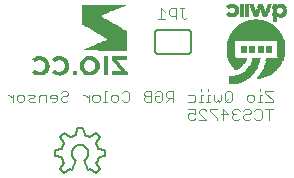
<source format=gbr>
G04 EAGLE Gerber RS-274X export*
G75*
%MOMM*%
%FSLAX34Y34*%
%LPD*%
%AMOC8*
5,1,8,0,0,1.08239X$1,22.5*%
G01*
%ADD10C,0.101600*%
%ADD11C,0.152400*%
%ADD12R,0.120000X0.020000*%
%ADD13R,0.340000X0.020000*%
%ADD14R,0.320000X0.020000*%
%ADD15R,0.140000X0.020000*%
%ADD16R,0.280000X0.020000*%
%ADD17R,0.360000X0.020000*%
%ADD18R,0.420000X0.020000*%
%ADD19R,0.380000X0.020000*%
%ADD20R,0.480000X0.020000*%
%ADD21R,0.540000X0.020000*%
%ADD22R,0.560000X0.020000*%
%ADD23R,0.400000X0.020000*%
%ADD24R,0.640000X0.020000*%
%ADD25R,0.620000X0.020000*%
%ADD26R,0.700000X0.020000*%
%ADD27R,0.660000X0.020000*%
%ADD28R,0.740000X0.020000*%
%ADD29R,1.080000X0.020000*%
%ADD30R,0.800000X0.020000*%
%ADD31R,1.100000X0.020000*%
%ADD32R,0.440000X0.020000*%
%ADD33R,0.840000X0.020000*%
%ADD34R,1.120000X0.020000*%
%ADD35R,0.460000X0.020000*%
%ADD36R,0.860000X0.020000*%
%ADD37R,0.900000X0.020000*%
%ADD38R,1.140000X0.020000*%
%ADD39R,0.920000X0.020000*%
%ADD40R,1.160000X0.020000*%
%ADD41R,0.960000X0.020000*%
%ADD42R,0.500000X0.020000*%
%ADD43R,0.520000X0.020000*%
%ADD44R,0.940000X0.020000*%
%ADD45R,0.260000X0.020000*%
%ADD46R,0.180000X0.020000*%
%ADD47R,0.580000X0.020000*%
%ADD48R,0.060000X0.020000*%
%ADD49R,0.600000X0.020000*%
%ADD50R,0.300000X0.020000*%
%ADD51R,0.040000X0.020000*%
%ADD52R,0.100000X0.020000*%
%ADD53R,0.160000X0.020000*%
%ADD54R,0.220000X0.020000*%
%ADD55R,0.980000X0.020000*%
%ADD56R,0.880000X0.020000*%
%ADD57R,0.760000X0.020000*%
%ADD58R,1.060000X0.020000*%
%ADD59R,0.720000X0.020000*%
%ADD60R,0.820000X0.020000*%
%ADD61R,1.180000X0.020000*%
%ADD62R,1.340000X0.020000*%
%ADD63R,1.460000X0.020000*%
%ADD64R,1.600000X0.020000*%
%ADD65R,1.700000X0.020000*%
%ADD66R,1.820000X0.020000*%
%ADD67R,1.900000X0.020000*%
%ADD68R,1.980000X0.020000*%
%ADD69R,2.100000X0.020000*%
%ADD70R,2.160000X0.020000*%
%ADD71R,2.260000X0.020000*%
%ADD72R,2.340000X0.020000*%
%ADD73R,2.400000X0.020000*%
%ADD74R,2.480000X0.020000*%
%ADD75R,2.540000X0.020000*%
%ADD76R,2.600000X0.020000*%
%ADD77R,2.680000X0.020000*%
%ADD78R,2.720000X0.020000*%
%ADD79R,2.800000X0.020000*%
%ADD80R,2.840000X0.020000*%
%ADD81R,2.900000X0.020000*%
%ADD82R,2.960000X0.020000*%
%ADD83R,3.000000X0.020000*%
%ADD84R,3.060000X0.020000*%
%ADD85R,3.120000X0.020000*%
%ADD86R,3.160000X0.020000*%
%ADD87R,3.200000X0.020000*%
%ADD88R,3.260000X0.020000*%
%ADD89R,3.300000X0.020000*%
%ADD90R,3.340000X0.020000*%
%ADD91R,3.380000X0.020000*%
%ADD92R,3.420000X0.020000*%
%ADD93R,3.460000X0.020000*%
%ADD94R,3.520000X0.020000*%
%ADD95R,3.540000X0.020000*%
%ADD96R,3.580000X0.020000*%
%ADD97R,3.620000X0.020000*%
%ADD98R,3.660000X0.020000*%
%ADD99R,3.700000X0.020000*%
%ADD100R,3.740000X0.020000*%
%ADD101R,3.780000X0.020000*%
%ADD102R,3.800000X0.020000*%
%ADD103R,3.840000X0.020000*%
%ADD104R,3.860000X0.020000*%
%ADD105R,3.900000X0.020000*%
%ADD106R,3.940000X0.020000*%
%ADD107R,3.960000X0.020000*%
%ADD108R,3.980000X0.020000*%
%ADD109R,4.020000X0.020000*%
%ADD110R,4.060000X0.020000*%
%ADD111R,4.080000X0.020000*%
%ADD112R,4.100000X0.020000*%
%ADD113R,4.120000X0.020000*%
%ADD114R,4.160000X0.020000*%
%ADD115R,4.180000X0.020000*%
%ADD116R,4.200000X0.020000*%
%ADD117R,4.240000X0.020000*%
%ADD118R,4.260000X0.020000*%
%ADD119R,4.280000X0.020000*%
%ADD120R,4.300000X0.020000*%
%ADD121R,4.320000X0.020000*%
%ADD122R,4.340000X0.020000*%
%ADD123R,4.380000X0.020000*%
%ADD124R,4.400000X0.020000*%
%ADD125R,4.440000X0.020000*%
%ADD126R,4.460000X0.020000*%
%ADD127R,4.500000X0.020000*%
%ADD128R,4.520000X0.020000*%
%ADD129R,4.540000X0.020000*%
%ADD130R,4.560000X0.020000*%
%ADD131R,4.580000X0.020000*%
%ADD132R,4.600000X0.020000*%
%ADD133R,4.620000X0.020000*%
%ADD134R,4.640000X0.020000*%
%ADD135R,4.660000X0.020000*%
%ADD136R,4.680000X0.020000*%
%ADD137R,4.700000X0.020000*%
%ADD138R,4.720000X0.020000*%
%ADD139R,4.740000X0.020000*%
%ADD140R,0.680000X0.020000*%
%ADD141R,1.480000X0.020000*%
%ADD142R,1.580000X0.020000*%
%ADD143R,1.560000X0.020000*%
%ADD144R,1.540000X0.020000*%
%ADD145R,1.520000X0.020000*%
%ADD146R,1.500000X0.020000*%
%ADD147R,1.440000X0.020000*%
%ADD148R,1.400000X0.020000*%
%ADD149R,1.420000X0.020000*%
%ADD150R,1.380000X0.020000*%
%ADD151R,1.360000X0.020000*%
%ADD152R,1.320000X0.020000*%
%ADD153R,1.300000X0.020000*%
%ADD154R,1.260000X0.020000*%
%ADD155R,1.220000X0.020000*%
%ADD156R,1.200000X0.020000*%
%ADD157R,1.040000X0.020000*%
%ADD158R,1.020000X0.020000*%
%ADD159R,1.000000X0.020000*%
%ADD160R,1.280000X0.020000*%
%ADD161R,0.780000X0.020000*%
%ADD162R,1.240000X0.020000*%
%ADD163R,0.020000X0.020000*%
%ADD164R,1.840000X0.020000*%
%ADD165R,1.800000X0.020000*%
%ADD166R,1.780000X0.020000*%
%ADD167R,1.760000X0.020000*%
%ADD168R,1.740000X0.020000*%
%ADD169R,1.680000X0.020000*%
%ADD170R,1.660000X0.020000*%
%ADD171R,1.620000X0.020000*%

G36*
X112716Y135352D02*
X112716Y135352D01*
X112716Y135353D01*
X112717Y135354D01*
X112712Y136715D01*
X112709Y138075D01*
X112704Y139437D01*
X112699Y140798D01*
X112694Y142160D01*
X112690Y143520D01*
X112685Y144882D01*
X112680Y146243D01*
X112677Y147605D01*
X112672Y148965D01*
X112667Y150327D01*
X112663Y151688D01*
X112658Y151693D01*
X112657Y151698D01*
X111434Y152408D01*
X110210Y153117D01*
X108988Y153827D01*
X107766Y154537D01*
X106543Y155246D01*
X105321Y155956D01*
X104097Y156665D01*
X102874Y157375D01*
X101652Y158085D01*
X100401Y158810D01*
X99152Y159536D01*
X97901Y160261D01*
X96651Y160985D01*
X95402Y161710D01*
X94151Y162436D01*
X92902Y163160D01*
X91651Y163884D01*
X90418Y164597D01*
X91710Y165336D01*
X93161Y165967D01*
X94617Y166588D01*
X96075Y167204D01*
X97533Y167818D01*
X98992Y168431D01*
X100452Y169044D01*
X101859Y169635D01*
X103265Y170225D01*
X104672Y170816D01*
X106077Y171406D01*
X107485Y171997D01*
X108891Y172587D01*
X110296Y173178D01*
X111703Y173768D01*
X112655Y174172D01*
X112658Y174177D01*
X112662Y174181D01*
X112661Y174183D01*
X112662Y174186D01*
X112655Y174189D01*
X112651Y174195D01*
X108175Y174195D01*
X106685Y174196D01*
X99227Y174196D01*
X97734Y174198D01*
X88784Y174198D01*
X88024Y174199D01*
X87995Y174199D01*
X87293Y174199D01*
X79835Y174199D01*
X78343Y174201D01*
X73868Y174201D01*
X73856Y174191D01*
X73857Y174190D01*
X73856Y174189D01*
X73856Y172827D01*
X73858Y171465D01*
X73858Y170101D01*
X73859Y168739D01*
X73859Y167377D01*
X73861Y166015D01*
X73861Y164651D01*
X73862Y163289D01*
X73862Y161927D01*
X73864Y160565D01*
X73866Y159203D01*
X73866Y157839D01*
X73871Y157834D01*
X73872Y157829D01*
X75159Y157084D01*
X76448Y156340D01*
X77735Y155594D01*
X79023Y154849D01*
X80312Y154103D01*
X81599Y153359D01*
X82887Y152614D01*
X84135Y151892D01*
X85382Y151171D01*
X86629Y150449D01*
X87876Y149726D01*
X89124Y149006D01*
X90372Y148283D01*
X91618Y147561D01*
X92866Y146839D01*
X94112Y146116D01*
X95186Y145480D01*
X96158Y144769D01*
X94799Y144190D01*
X93418Y143607D01*
X92039Y143026D01*
X89276Y141864D01*
X87895Y141285D01*
X86514Y140704D01*
X85133Y140124D01*
X83750Y139545D01*
X82366Y138964D01*
X80983Y138383D01*
X79601Y137800D01*
X78218Y137218D01*
X76835Y136635D01*
X75454Y136051D01*
X74074Y135462D01*
X74072Y135456D01*
X74067Y135453D01*
X74069Y135451D01*
X74068Y135448D01*
X74074Y135444D01*
X74079Y135439D01*
X75555Y135402D01*
X77035Y135388D01*
X78515Y135379D01*
X79996Y135371D01*
X81475Y135366D01*
X82955Y135360D01*
X84434Y135356D01*
X85914Y135353D01*
X87393Y135350D01*
X88873Y135347D01*
X90353Y135345D01*
X91834Y135345D01*
X93313Y135344D01*
X103754Y135344D01*
X105246Y135342D01*
X112705Y135342D01*
X112716Y135352D01*
G37*
G36*
X81237Y114215D02*
X81237Y114215D01*
X81238Y114214D01*
X82256Y114298D01*
X82599Y114327D01*
X82600Y114328D01*
X82601Y114327D01*
X83922Y114691D01*
X83922Y114692D01*
X83923Y114691D01*
X85174Y115252D01*
X85175Y115253D01*
X85176Y115253D01*
X86317Y116010D01*
X86318Y116011D01*
X86319Y116011D01*
X87319Y116948D01*
X87319Y116949D01*
X87320Y116949D01*
X88143Y118045D01*
X88143Y118046D01*
X88144Y118046D01*
X88765Y119267D01*
X88764Y119269D01*
X88765Y119269D01*
X89119Y120453D01*
X89119Y120455D01*
X89120Y120455D01*
X89132Y120540D01*
X89134Y120552D01*
X89136Y120564D01*
X89137Y120576D01*
X89139Y120588D01*
X89160Y120731D01*
X89162Y120743D01*
X89164Y120755D01*
X89165Y120767D01*
X89166Y120767D01*
X89167Y120779D01*
X89187Y120910D01*
X89188Y120922D01*
X89190Y120934D01*
X89192Y120946D01*
X89194Y120958D01*
X89213Y121089D01*
X89215Y121101D01*
X89216Y121113D01*
X89218Y121125D01*
X89220Y121137D01*
X89239Y121268D01*
X89241Y121280D01*
X89243Y121292D01*
X89244Y121304D01*
X89246Y121316D01*
X89267Y121459D01*
X89269Y121471D01*
X89271Y121483D01*
X89272Y121495D01*
X89274Y121507D01*
X89293Y121638D01*
X89295Y121650D01*
X89297Y121662D01*
X89299Y121674D01*
X89299Y121678D01*
X89299Y121679D01*
X89326Y122916D01*
X89326Y122917D01*
X89179Y124145D01*
X89177Y124146D01*
X89178Y124147D01*
X88715Y125598D01*
X88713Y125598D01*
X88714Y125600D01*
X87979Y126935D01*
X87977Y126935D01*
X87977Y126937D01*
X87012Y128116D01*
X87011Y128116D01*
X87011Y128118D01*
X85849Y129104D01*
X85847Y129104D01*
X85847Y129105D01*
X84524Y129862D01*
X84523Y129862D01*
X84523Y129863D01*
X83365Y130301D01*
X83364Y130300D01*
X83363Y130302D01*
X82257Y130487D01*
X82144Y130506D01*
X82143Y130506D01*
X82142Y130507D01*
X82077Y130509D01*
X82076Y130509D01*
X81705Y130521D01*
X81704Y130521D01*
X81333Y130533D01*
X81332Y130533D01*
X80961Y130544D01*
X80961Y130545D01*
X80960Y130545D01*
X80906Y130546D01*
X80905Y130546D01*
X80809Y130545D01*
X80807Y130545D01*
X80807Y130544D01*
X80150Y130533D01*
X80149Y130533D01*
X79680Y130524D01*
X79679Y130523D01*
X79678Y130524D01*
X78474Y130306D01*
X78473Y130305D01*
X78472Y130306D01*
X77182Y129826D01*
X77181Y129825D01*
X77180Y129826D01*
X75980Y129148D01*
X75979Y129146D01*
X75978Y129147D01*
X74910Y128277D01*
X74909Y128275D01*
X74908Y128275D01*
X74007Y127234D01*
X74007Y127232D01*
X74005Y127232D01*
X73294Y126053D01*
X73294Y126051D01*
X73293Y126051D01*
X72782Y124771D01*
X72783Y124770D01*
X72781Y124769D01*
X72558Y123594D01*
X72558Y123593D01*
X72557Y123592D01*
X72538Y122391D01*
X72539Y122390D01*
X72538Y122390D01*
X72569Y121157D01*
X72570Y121156D01*
X72569Y121154D01*
X72829Y119954D01*
X72830Y119953D01*
X72830Y119952D01*
X73331Y118728D01*
X73333Y118728D01*
X73332Y118727D01*
X74029Y117604D01*
X74031Y117604D01*
X74030Y117603D01*
X74905Y116612D01*
X74906Y116612D01*
X74906Y116611D01*
X75984Y115703D01*
X75986Y115703D01*
X75986Y115702D01*
X77202Y114990D01*
X77203Y114991D01*
X77204Y114989D01*
X78523Y114496D01*
X78525Y114496D01*
X78525Y114495D01*
X79872Y114270D01*
X79873Y114270D01*
X81237Y114214D01*
X81237Y114215D01*
G37*
G36*
X112821Y114505D02*
X112821Y114505D01*
X112820Y114506D01*
X112821Y114507D01*
X112821Y117120D01*
X112818Y117124D01*
X112818Y117128D01*
X111950Y118136D01*
X111083Y119145D01*
X110215Y120154D01*
X109347Y121163D01*
X108480Y122171D01*
X107608Y123186D01*
X106737Y124203D01*
X105867Y125219D01*
X104999Y126238D01*
X104157Y127248D01*
X105525Y127285D01*
X106918Y127297D01*
X108312Y127300D01*
X112492Y127300D01*
X112504Y127310D01*
X112503Y127311D01*
X112504Y127312D01*
X112504Y130380D01*
X112493Y130392D01*
X112492Y130392D01*
X99582Y130392D01*
X99570Y130382D01*
X99571Y130381D01*
X99570Y130380D01*
X99570Y127682D01*
X99574Y127678D01*
X99573Y127674D01*
X100437Y126669D01*
X101302Y125662D01*
X102167Y124658D01*
X103031Y123653D01*
X103896Y122648D01*
X104761Y121641D01*
X105625Y120636D01*
X106490Y119632D01*
X107355Y118625D01*
X108202Y117640D01*
X107422Y117635D01*
X107417Y117635D01*
X106786Y117630D01*
X105380Y117623D01*
X105375Y117623D01*
X105346Y117622D01*
X103905Y117613D01*
X103569Y117611D01*
X103565Y117611D01*
X102464Y117603D01*
X101764Y117599D01*
X101759Y117599D01*
X101022Y117594D01*
X99747Y117587D01*
X99741Y117587D01*
X99582Y117586D01*
X99570Y117575D01*
X99571Y117575D01*
X99570Y117574D01*
X99570Y114507D01*
X99581Y114495D01*
X99582Y114496D01*
X99582Y114495D01*
X112809Y114495D01*
X112821Y114505D01*
G37*
G36*
X38940Y114215D02*
X38940Y114215D01*
X38941Y114214D01*
X40324Y114328D01*
X40325Y114330D01*
X40326Y114329D01*
X41777Y114764D01*
X41778Y114765D01*
X41779Y114765D01*
X43130Y115449D01*
X43130Y115450D01*
X43132Y115450D01*
X44329Y116379D01*
X44329Y116380D01*
X44330Y116380D01*
X45323Y117523D01*
X45323Y117525D01*
X45324Y117525D01*
X46078Y118840D01*
X46078Y118841D01*
X46079Y118842D01*
X46581Y120270D01*
X46580Y120272D01*
X46581Y120273D01*
X46773Y121601D01*
X46773Y121602D01*
X46773Y121603D01*
X46794Y122946D01*
X46793Y122947D01*
X46794Y122947D01*
X46638Y124281D01*
X46637Y124282D01*
X46638Y124283D01*
X46201Y125625D01*
X46200Y125625D01*
X46200Y125627D01*
X45542Y126876D01*
X45540Y126876D01*
X45541Y126878D01*
X44679Y127995D01*
X44677Y127996D01*
X44677Y127997D01*
X43634Y128948D01*
X43633Y128948D01*
X43632Y128949D01*
X42432Y129690D01*
X42431Y129690D01*
X42431Y129691D01*
X41161Y130239D01*
X41159Y130238D01*
X41158Y130240D01*
X39804Y130508D01*
X39803Y130507D01*
X39802Y130508D01*
X39784Y130509D01*
X39368Y130521D01*
X39367Y130521D01*
X38952Y130533D01*
X38951Y130533D01*
X38535Y130544D01*
X38535Y130545D01*
X38534Y130545D01*
X38418Y130548D01*
X38417Y130548D01*
X38262Y130545D01*
X38261Y130545D01*
X38261Y130544D01*
X37708Y130533D01*
X37707Y130533D01*
X37166Y130521D01*
X37165Y130521D01*
X37164Y130521D01*
X35936Y130305D01*
X35935Y130304D01*
X35934Y130304D01*
X34845Y129904D01*
X34844Y129903D01*
X34843Y129904D01*
X33815Y129369D01*
X33814Y129367D01*
X33813Y129368D01*
X32875Y128687D01*
X32875Y128686D01*
X32874Y128686D01*
X32274Y128151D01*
X32272Y128135D01*
X32273Y128135D01*
X32273Y128134D01*
X32813Y127517D01*
X33352Y126899D01*
X33903Y126267D01*
X34451Y125631D01*
X34466Y125629D01*
X34467Y125629D01*
X35158Y126106D01*
X36408Y126859D01*
X37797Y127295D01*
X39251Y127317D01*
X40631Y126866D01*
X41784Y125983D01*
X42653Y124724D01*
X43105Y123262D01*
X43120Y121732D01*
X42713Y120255D01*
X41901Y118958D01*
X40721Y117989D01*
X39277Y117489D01*
X38617Y117485D01*
X38612Y117485D01*
X37778Y117480D01*
X36346Y117923D01*
X35078Y118733D01*
X34431Y119255D01*
X34415Y119254D01*
X33853Y118691D01*
X32162Y116995D01*
X32161Y116979D01*
X32163Y116979D01*
X32162Y116978D01*
X32563Y116600D01*
X33643Y115693D01*
X33644Y115693D01*
X33644Y115692D01*
X34852Y114967D01*
X34854Y114967D01*
X34854Y114966D01*
X36177Y114480D01*
X36178Y114480D01*
X36179Y114479D01*
X37551Y114268D01*
X37551Y114269D01*
X37552Y114268D01*
X38939Y114214D01*
X38940Y114215D01*
G37*
G36*
X55660Y114180D02*
X55660Y114180D01*
X55660Y114179D01*
X56924Y114297D01*
X56925Y114298D01*
X56926Y114297D01*
X58322Y114673D01*
X58322Y114675D01*
X58324Y114674D01*
X59624Y115303D01*
X59624Y115304D01*
X59626Y115304D01*
X60797Y116150D01*
X60797Y116151D01*
X60799Y116151D01*
X61804Y117189D01*
X61804Y117191D01*
X61805Y117191D01*
X62594Y118401D01*
X62594Y118402D01*
X62595Y118403D01*
X63147Y119647D01*
X63147Y119649D01*
X63148Y119649D01*
X63461Y120975D01*
X63460Y120976D01*
X63461Y120977D01*
X63541Y122337D01*
X63540Y122338D01*
X63541Y122339D01*
X63491Y123589D01*
X63490Y123590D01*
X63491Y123591D01*
X63247Y124817D01*
X63245Y124818D01*
X63246Y124819D01*
X62782Y125981D01*
X62781Y125982D01*
X62782Y125983D01*
X62101Y127162D01*
X62099Y127163D01*
X62100Y127164D01*
X61233Y128213D01*
X61231Y128213D01*
X61231Y128215D01*
X60199Y129102D01*
X60198Y129102D01*
X60198Y129103D01*
X59026Y129795D01*
X59025Y129795D01*
X59025Y129796D01*
X57936Y130234D01*
X57934Y130234D01*
X57934Y130235D01*
X56787Y130478D01*
X56786Y130477D01*
X56786Y130478D01*
X55614Y130567D01*
X55614Y130566D01*
X55613Y130567D01*
X54972Y130557D01*
X54970Y130557D01*
X54173Y130545D01*
X54171Y130545D01*
X54127Y130545D01*
X54126Y130544D01*
X54125Y130545D01*
X52662Y130295D01*
X52661Y130294D01*
X52659Y130295D01*
X51270Y129766D01*
X51270Y129765D01*
X51268Y129765D01*
X50130Y129075D01*
X50130Y129073D01*
X50129Y129073D01*
X49128Y128205D01*
X49127Y128196D01*
X49126Y128195D01*
X49127Y128194D01*
X49126Y128189D01*
X49127Y128189D01*
X49126Y128189D01*
X49608Y127495D01*
X50154Y126842D01*
X50688Y126231D01*
X51223Y125616D01*
X51229Y125616D01*
X51229Y125615D01*
X51232Y125615D01*
X51238Y125614D01*
X51239Y125615D01*
X51894Y126102D01*
X53140Y126855D01*
X54523Y127300D01*
X55973Y127322D01*
X57354Y126877D01*
X58456Y126074D01*
X59263Y124972D01*
X59742Y123691D01*
X59891Y122332D01*
X59862Y122119D01*
X59857Y122083D01*
X59822Y121821D01*
X59817Y121785D01*
X59782Y121522D01*
X59777Y121486D01*
X59742Y121224D01*
X59737Y121188D01*
X59709Y120976D01*
X59191Y119712D01*
X58343Y118640D01*
X57161Y117834D01*
X55782Y117453D01*
X55579Y117462D01*
X55578Y117462D01*
X55315Y117474D01*
X55052Y117486D01*
X54789Y117498D01*
X54526Y117510D01*
X54350Y117518D01*
X52991Y117975D01*
X51780Y118749D01*
X51150Y119255D01*
X51135Y119254D01*
X51134Y119254D01*
X50063Y118179D01*
X49506Y117603D01*
X49506Y117602D01*
X49505Y117602D01*
X48991Y116988D01*
X48991Y116972D01*
X49834Y116137D01*
X49835Y116137D01*
X49836Y116136D01*
X50791Y115417D01*
X50793Y115417D01*
X50793Y115415D01*
X51920Y114831D01*
X51921Y114832D01*
X51922Y114830D01*
X53133Y114446D01*
X53134Y114447D01*
X53135Y114446D01*
X54387Y114232D01*
X54388Y114232D01*
X54389Y114231D01*
X55659Y114179D01*
X55660Y114180D01*
G37*
%LPC*%
G36*
X80178Y117486D02*
X80178Y117486D01*
X78844Y117891D01*
X77696Y118686D01*
X76833Y119784D01*
X76307Y121076D01*
X76139Y122463D01*
X76337Y123846D01*
X76885Y125130D01*
X77784Y126174D01*
X78955Y126907D01*
X80274Y127311D01*
X81651Y127320D01*
X82251Y127123D01*
X83108Y126837D01*
X84330Y125914D01*
X85189Y124643D01*
X85624Y123171D01*
X85621Y121640D01*
X85170Y120175D01*
X84306Y118909D01*
X83095Y117972D01*
X82251Y117693D01*
X81642Y117494D01*
X80958Y117391D01*
X80178Y117486D01*
G37*
%LPD*%
G36*
X96102Y114505D02*
X96102Y114505D01*
X96101Y114506D01*
X96102Y114507D01*
X96102Y130385D01*
X96091Y130397D01*
X96090Y130396D01*
X96090Y130397D01*
X96012Y130396D01*
X96011Y130396D01*
X95293Y130384D01*
X95291Y130384D01*
X95229Y130383D01*
X94575Y130372D01*
X94573Y130372D01*
X94370Y130368D01*
X93908Y130360D01*
X93906Y130360D01*
X93510Y130353D01*
X93234Y130348D01*
X93232Y130348D01*
X92651Y130338D01*
X92639Y130328D01*
X92640Y130327D01*
X92639Y130326D01*
X92633Y128745D01*
X92628Y127163D01*
X92622Y125581D01*
X92617Y123999D01*
X92612Y122417D01*
X92606Y120835D01*
X92601Y119254D01*
X92595Y117671D01*
X92590Y116090D01*
X92585Y114507D01*
X92596Y114495D01*
X92597Y114496D01*
X92597Y114495D01*
X96090Y114495D01*
X96102Y114505D01*
G37*
G36*
X69859Y114505D02*
X69859Y114505D01*
X69858Y114506D01*
X69859Y114507D01*
X69859Y118104D01*
X69848Y118116D01*
X69848Y118115D01*
X69847Y118116D01*
X66250Y118116D01*
X66238Y118106D01*
X66238Y118105D01*
X66238Y118104D01*
X66238Y114507D01*
X66248Y114495D01*
X66249Y114496D01*
X66250Y114495D01*
X69847Y114495D01*
X69859Y114505D01*
G37*
D10*
X163322Y163323D02*
X161797Y161798D01*
X160271Y161798D01*
X158746Y163323D01*
X158746Y170950D01*
X160271Y170950D02*
X157221Y170950D01*
X153967Y170950D02*
X153967Y161798D01*
X153967Y170950D02*
X149391Y170950D01*
X147866Y169425D01*
X147866Y166374D01*
X149391Y164849D01*
X153967Y164849D01*
X144612Y167899D02*
X141561Y170950D01*
X141561Y161798D01*
X144612Y161798D02*
X138510Y161798D01*
X229611Y101100D02*
X235712Y101100D01*
X229611Y101100D02*
X229611Y99575D01*
X235712Y93473D01*
X235712Y91948D01*
X229611Y91948D01*
X226357Y98049D02*
X224832Y98049D01*
X224832Y91948D01*
X226357Y91948D02*
X223306Y91948D01*
X224832Y101100D02*
X224832Y102625D01*
X218595Y91948D02*
X215544Y91948D01*
X214019Y93473D01*
X214019Y96524D01*
X215544Y98049D01*
X218595Y98049D01*
X220120Y96524D01*
X220120Y93473D01*
X218595Y91948D01*
X201410Y93473D02*
X201410Y99575D01*
X199884Y101100D01*
X196834Y101100D01*
X195308Y99575D01*
X195308Y93473D01*
X196834Y91948D01*
X199884Y91948D01*
X201410Y93473D01*
X198359Y94999D02*
X195308Y91948D01*
X192054Y93473D02*
X192054Y98049D01*
X192054Y93473D02*
X190529Y91948D01*
X189004Y93473D01*
X187479Y91948D01*
X185953Y93473D01*
X185953Y98049D01*
X182699Y98049D02*
X181174Y98049D01*
X181174Y91948D01*
X182699Y91948D02*
X179649Y91948D01*
X181174Y101100D02*
X181174Y102625D01*
X176463Y98049D02*
X174937Y98049D01*
X174937Y91948D01*
X173412Y91948D02*
X176463Y91948D01*
X174937Y101100D02*
X174937Y102625D01*
X168700Y98049D02*
X164125Y98049D01*
X168700Y98049D02*
X170226Y96524D01*
X170226Y93473D01*
X168700Y91948D01*
X164125Y91948D01*
X151515Y91948D02*
X151515Y101100D01*
X146939Y101100D01*
X145414Y99575D01*
X145414Y96524D01*
X146939Y94999D01*
X151515Y94999D01*
X148465Y94999D02*
X145414Y91948D01*
X137584Y101100D02*
X136059Y99575D01*
X137584Y101100D02*
X140635Y101100D01*
X142160Y99575D01*
X142160Y93473D01*
X140635Y91948D01*
X137584Y91948D01*
X136059Y93473D01*
X136059Y96524D01*
X139110Y96524D01*
X132805Y91948D02*
X132805Y101100D01*
X128229Y101100D01*
X126704Y99575D01*
X126704Y98049D01*
X128229Y96524D01*
X126704Y94999D01*
X126704Y93473D01*
X128229Y91948D01*
X132805Y91948D01*
X132805Y96524D02*
X128229Y96524D01*
X109519Y101100D02*
X107993Y99575D01*
X109519Y101100D02*
X112569Y101100D01*
X114095Y99575D01*
X114095Y93473D01*
X112569Y91948D01*
X109519Y91948D01*
X107993Y93473D01*
X103214Y91948D02*
X100164Y91948D01*
X98638Y93473D01*
X98638Y96524D01*
X100164Y98049D01*
X103214Y98049D01*
X104739Y96524D01*
X104739Y93473D01*
X103214Y91948D01*
X95384Y101100D02*
X93859Y101100D01*
X93859Y91948D01*
X95384Y91948D02*
X92334Y91948D01*
X87622Y91948D02*
X84572Y91948D01*
X83046Y93473D01*
X83046Y96524D01*
X84572Y98049D01*
X87622Y98049D01*
X89147Y96524D01*
X89147Y93473D01*
X87622Y91948D01*
X79792Y91948D02*
X79792Y98049D01*
X79792Y94999D02*
X76742Y98049D01*
X75216Y98049D01*
X58065Y101100D02*
X56540Y99575D01*
X58065Y101100D02*
X61116Y101100D01*
X62641Y99575D01*
X62641Y98049D01*
X61116Y96524D01*
X58065Y96524D01*
X56540Y94999D01*
X56540Y93473D01*
X58065Y91948D01*
X61116Y91948D01*
X62641Y93473D01*
X51761Y91948D02*
X48710Y91948D01*
X51761Y91948D02*
X53286Y93473D01*
X53286Y96524D01*
X51761Y98049D01*
X48710Y98049D01*
X47185Y96524D01*
X47185Y94999D01*
X53286Y94999D01*
X43931Y91948D02*
X43931Y98049D01*
X39355Y98049D01*
X37830Y96524D01*
X37830Y91948D01*
X34576Y91948D02*
X30000Y91948D01*
X28474Y93473D01*
X30000Y94999D01*
X33050Y94999D01*
X34576Y96524D01*
X33050Y98049D01*
X28474Y98049D01*
X23695Y91948D02*
X20644Y91948D01*
X19119Y93473D01*
X19119Y96524D01*
X20644Y98049D01*
X23695Y98049D01*
X25220Y96524D01*
X25220Y93473D01*
X23695Y91948D01*
X15865Y91948D02*
X15865Y98049D01*
X15865Y94999D02*
X12815Y98049D01*
X11289Y98049D01*
X232661Y85860D02*
X232661Y76708D01*
X229611Y85860D02*
X235712Y85860D01*
X221781Y85860D02*
X220256Y84335D01*
X221781Y85860D02*
X224832Y85860D01*
X226357Y84335D01*
X226357Y78233D01*
X224832Y76708D01*
X221781Y76708D01*
X220256Y78233D01*
X212426Y85860D02*
X210900Y84335D01*
X212426Y85860D02*
X215476Y85860D01*
X217002Y84335D01*
X217002Y82809D01*
X215476Y81284D01*
X212426Y81284D01*
X210900Y79759D01*
X210900Y78233D01*
X212426Y76708D01*
X215476Y76708D01*
X217002Y78233D01*
X207646Y84335D02*
X206121Y85860D01*
X203071Y85860D01*
X201545Y84335D01*
X201545Y82809D01*
X203071Y81284D01*
X204596Y81284D01*
X203071Y81284D02*
X201545Y79759D01*
X201545Y78233D01*
X203071Y76708D01*
X206121Y76708D01*
X207646Y78233D01*
X193715Y76708D02*
X193715Y85860D01*
X198291Y81284D01*
X192190Y81284D01*
X188936Y85860D02*
X182835Y85860D01*
X182835Y84335D01*
X188936Y78233D01*
X188936Y76708D01*
X179581Y76708D02*
X173480Y76708D01*
X179581Y76708D02*
X173480Y82809D01*
X173480Y84335D01*
X175005Y85860D01*
X178056Y85860D01*
X179581Y84335D01*
X170226Y85860D02*
X164125Y85860D01*
X170226Y85860D02*
X170226Y81284D01*
X167175Y82809D01*
X165650Y82809D01*
X164125Y81284D01*
X164125Y78233D01*
X165650Y76708D01*
X168700Y76708D01*
X170226Y78233D01*
D11*
X164054Y152918D02*
X138654Y152918D01*
X164054Y132598D02*
X164154Y132600D01*
X164253Y132606D01*
X164353Y132616D01*
X164451Y132629D01*
X164550Y132647D01*
X164647Y132668D01*
X164743Y132693D01*
X164839Y132722D01*
X164933Y132755D01*
X165026Y132791D01*
X165117Y132831D01*
X165207Y132875D01*
X165295Y132922D01*
X165381Y132972D01*
X165465Y133026D01*
X165547Y133083D01*
X165626Y133143D01*
X165704Y133207D01*
X165778Y133273D01*
X165850Y133342D01*
X165919Y133414D01*
X165985Y133488D01*
X166049Y133566D01*
X166109Y133645D01*
X166166Y133727D01*
X166220Y133811D01*
X166270Y133897D01*
X166317Y133985D01*
X166361Y134075D01*
X166401Y134166D01*
X166437Y134259D01*
X166470Y134353D01*
X166499Y134449D01*
X166524Y134545D01*
X166545Y134642D01*
X166563Y134741D01*
X166576Y134839D01*
X166586Y134939D01*
X166592Y135038D01*
X166594Y135138D01*
X138654Y132598D02*
X138554Y132600D01*
X138455Y132606D01*
X138355Y132616D01*
X138257Y132629D01*
X138158Y132647D01*
X138061Y132668D01*
X137965Y132693D01*
X137869Y132722D01*
X137775Y132755D01*
X137682Y132791D01*
X137591Y132831D01*
X137501Y132875D01*
X137413Y132922D01*
X137327Y132972D01*
X137243Y133026D01*
X137161Y133083D01*
X137082Y133143D01*
X137004Y133207D01*
X136930Y133273D01*
X136858Y133342D01*
X136789Y133414D01*
X136723Y133488D01*
X136659Y133566D01*
X136599Y133645D01*
X136542Y133727D01*
X136488Y133811D01*
X136438Y133897D01*
X136391Y133985D01*
X136347Y134075D01*
X136307Y134166D01*
X136271Y134259D01*
X136238Y134353D01*
X136209Y134449D01*
X136184Y134545D01*
X136163Y134642D01*
X136145Y134741D01*
X136132Y134839D01*
X136122Y134939D01*
X136116Y135038D01*
X136114Y135138D01*
X136114Y150378D02*
X136116Y150478D01*
X136122Y150577D01*
X136132Y150677D01*
X136145Y150775D01*
X136163Y150874D01*
X136184Y150971D01*
X136209Y151067D01*
X136238Y151163D01*
X136271Y151257D01*
X136307Y151350D01*
X136347Y151441D01*
X136391Y151531D01*
X136438Y151619D01*
X136488Y151705D01*
X136542Y151789D01*
X136599Y151871D01*
X136659Y151950D01*
X136723Y152028D01*
X136789Y152102D01*
X136858Y152174D01*
X136930Y152243D01*
X137004Y152309D01*
X137082Y152373D01*
X137161Y152433D01*
X137243Y152490D01*
X137327Y152544D01*
X137413Y152594D01*
X137501Y152641D01*
X137591Y152685D01*
X137682Y152725D01*
X137775Y152761D01*
X137869Y152794D01*
X137965Y152823D01*
X138061Y152848D01*
X138158Y152869D01*
X138257Y152887D01*
X138355Y152900D01*
X138455Y152910D01*
X138554Y152916D01*
X138654Y152918D01*
X164054Y152918D02*
X164154Y152916D01*
X164253Y152910D01*
X164353Y152900D01*
X164451Y152887D01*
X164550Y152869D01*
X164647Y152848D01*
X164743Y152823D01*
X164839Y152794D01*
X164933Y152761D01*
X165026Y152725D01*
X165117Y152685D01*
X165207Y152641D01*
X165295Y152594D01*
X165381Y152544D01*
X165465Y152490D01*
X165547Y152433D01*
X165626Y152373D01*
X165704Y152309D01*
X165778Y152243D01*
X165850Y152174D01*
X165919Y152102D01*
X165985Y152028D01*
X166049Y151950D01*
X166109Y151871D01*
X166166Y151789D01*
X166220Y151705D01*
X166270Y151619D01*
X166317Y151531D01*
X166361Y151441D01*
X166401Y151350D01*
X166437Y151257D01*
X166470Y151163D01*
X166499Y151067D01*
X166524Y150971D01*
X166545Y150874D01*
X166563Y150775D01*
X166576Y150677D01*
X166586Y150577D01*
X166592Y150478D01*
X166594Y150378D01*
X166594Y135138D01*
X136114Y135138D02*
X136114Y150378D01*
X138654Y132598D02*
X164054Y132598D01*
X75692Y42418D02*
X79502Y33782D01*
X81280Y34798D01*
X85852Y31750D01*
X89408Y35306D01*
X86360Y39878D01*
X88392Y44958D02*
X93980Y45974D01*
X93980Y51054D01*
X88138Y52070D01*
X86106Y56896D02*
X89408Y61722D01*
X85852Y65278D01*
X81026Y61976D01*
X76454Y63754D02*
X75184Y69850D01*
X70358Y69850D01*
X69088Y63754D01*
X64516Y61976D02*
X59436Y65278D01*
X55880Y61722D01*
X59436Y56896D01*
X57150Y52070D02*
X51562Y51054D01*
X51562Y45974D01*
X57150Y44958D01*
X59182Y39878D02*
X55880Y35306D01*
X59436Y31750D01*
X64008Y34798D01*
X66040Y33782D01*
X69596Y42418D01*
X69444Y42495D01*
X69295Y42575D01*
X69147Y42659D01*
X69001Y42747D01*
X68858Y42838D01*
X68717Y42933D01*
X68578Y43031D01*
X68441Y43132D01*
X68307Y43237D01*
X68176Y43345D01*
X68048Y43456D01*
X67922Y43570D01*
X67799Y43688D01*
X67679Y43808D01*
X67562Y43931D01*
X67448Y44057D01*
X67337Y44186D01*
X67229Y44318D01*
X67125Y44452D01*
X67024Y44588D01*
X66926Y44727D01*
X66832Y44869D01*
X66741Y45013D01*
X66654Y45158D01*
X66570Y45306D01*
X66490Y45456D01*
X66414Y45608D01*
X66341Y45762D01*
X66273Y45918D01*
X66208Y46075D01*
X66147Y46233D01*
X66090Y46393D01*
X66037Y46555D01*
X65987Y46718D01*
X65942Y46881D01*
X65901Y47046D01*
X65864Y47212D01*
X65831Y47379D01*
X65802Y47546D01*
X65777Y47715D01*
X65757Y47883D01*
X65740Y48052D01*
X65728Y48222D01*
X65719Y48392D01*
X65715Y48562D01*
X65716Y48732D01*
X65720Y48902D01*
X65728Y49071D01*
X65741Y49241D01*
X65758Y49410D01*
X65779Y49579D01*
X65804Y49747D01*
X65833Y49914D01*
X65866Y50081D01*
X65904Y50247D01*
X65945Y50412D01*
X65990Y50575D01*
X66040Y50738D01*
X66093Y50899D01*
X66151Y51059D01*
X66212Y51218D01*
X66277Y51375D01*
X66346Y51530D01*
X66419Y51684D01*
X66495Y51836D01*
X66576Y51985D01*
X66659Y52133D01*
X66747Y52279D01*
X66838Y52423D01*
X66932Y52564D01*
X67030Y52703D01*
X67132Y52839D01*
X67236Y52973D01*
X67344Y53105D01*
X67455Y53233D01*
X67569Y53359D01*
X67687Y53482D01*
X67807Y53602D01*
X67930Y53719D01*
X68056Y53833D01*
X68185Y53944D01*
X68316Y54052D01*
X68450Y54157D01*
X68587Y54258D01*
X68726Y54356D01*
X68867Y54450D01*
X69011Y54541D01*
X69157Y54628D01*
X69305Y54712D01*
X69454Y54792D01*
X69606Y54869D01*
X69760Y54941D01*
X69915Y55010D01*
X70072Y55075D01*
X70231Y55136D01*
X70391Y55194D01*
X70552Y55247D01*
X70715Y55296D01*
X70879Y55341D01*
X71044Y55383D01*
X71210Y55420D01*
X71376Y55453D01*
X71544Y55482D01*
X71712Y55507D01*
X71881Y55528D01*
X72050Y55544D01*
X72219Y55557D01*
X72389Y55565D01*
X72559Y55569D01*
X72729Y55569D01*
X72899Y55565D01*
X73069Y55557D01*
X73238Y55544D01*
X73407Y55528D01*
X73576Y55507D01*
X73744Y55482D01*
X73912Y55453D01*
X74078Y55420D01*
X74244Y55383D01*
X74409Y55341D01*
X74573Y55296D01*
X74736Y55247D01*
X74897Y55194D01*
X75057Y55136D01*
X75216Y55075D01*
X75373Y55010D01*
X75528Y54941D01*
X75682Y54869D01*
X75834Y54792D01*
X75983Y54712D01*
X76131Y54628D01*
X76277Y54541D01*
X76421Y54450D01*
X76562Y54356D01*
X76701Y54258D01*
X76838Y54157D01*
X76972Y54052D01*
X77103Y53944D01*
X77232Y53833D01*
X77358Y53719D01*
X77481Y53602D01*
X77601Y53482D01*
X77719Y53359D01*
X77833Y53233D01*
X77944Y53105D01*
X78052Y52973D01*
X78156Y52839D01*
X78258Y52703D01*
X78356Y52564D01*
X78450Y52423D01*
X78541Y52279D01*
X78629Y52133D01*
X78712Y51985D01*
X78793Y51836D01*
X78869Y51684D01*
X78942Y51530D01*
X79011Y51375D01*
X79076Y51218D01*
X79137Y51059D01*
X79195Y50899D01*
X79248Y50738D01*
X79298Y50575D01*
X79343Y50412D01*
X79384Y50247D01*
X79422Y50081D01*
X79455Y49914D01*
X79484Y49747D01*
X79509Y49579D01*
X79530Y49410D01*
X79547Y49241D01*
X79560Y49071D01*
X79568Y48902D01*
X79572Y48732D01*
X79573Y48562D01*
X79569Y48392D01*
X79560Y48222D01*
X79548Y48052D01*
X79531Y47883D01*
X79511Y47715D01*
X79486Y47546D01*
X79457Y47379D01*
X79424Y47212D01*
X79387Y47046D01*
X79346Y46881D01*
X79301Y46718D01*
X79251Y46555D01*
X79198Y46393D01*
X79141Y46233D01*
X79080Y46075D01*
X79015Y45918D01*
X78947Y45762D01*
X78874Y45608D01*
X78798Y45456D01*
X78718Y45306D01*
X78634Y45158D01*
X78547Y45013D01*
X78456Y44869D01*
X78362Y44727D01*
X78264Y44588D01*
X78163Y44452D01*
X78059Y44318D01*
X77951Y44186D01*
X77840Y44057D01*
X77726Y43931D01*
X77609Y43808D01*
X77489Y43688D01*
X77366Y43570D01*
X77240Y43456D01*
X77112Y43345D01*
X76981Y43237D01*
X76847Y43132D01*
X76710Y43031D01*
X76571Y42933D01*
X76430Y42838D01*
X76287Y42747D01*
X76141Y42659D01*
X75993Y42575D01*
X75844Y42495D01*
X75692Y42418D01*
X86299Y40000D02*
X86491Y40302D01*
X86676Y40607D01*
X86855Y40917D01*
X87026Y41231D01*
X87190Y41549D01*
X87346Y41870D01*
X87495Y42195D01*
X87637Y42523D01*
X87771Y42854D01*
X87897Y43189D01*
X88016Y43526D01*
X88127Y43865D01*
X88230Y44208D01*
X88326Y44552D01*
X88184Y52126D02*
X88089Y52486D01*
X87986Y52844D01*
X87875Y53200D01*
X87755Y53552D01*
X87628Y53902D01*
X87492Y54249D01*
X87348Y54593D01*
X87196Y54933D01*
X87036Y55269D01*
X86868Y55602D01*
X86693Y55931D01*
X86509Y56255D01*
X86319Y56575D01*
X86121Y56891D01*
X80965Y61869D02*
X80642Y62057D01*
X80315Y62236D01*
X79984Y62408D01*
X79649Y62572D01*
X79310Y62729D01*
X78967Y62877D01*
X78621Y63017D01*
X78272Y63149D01*
X77919Y63273D01*
X77564Y63388D01*
X77207Y63495D01*
X76847Y63593D01*
X76484Y63683D01*
X69088Y63790D02*
X68720Y63702D01*
X68354Y63604D01*
X67991Y63499D01*
X67630Y63384D01*
X67273Y63261D01*
X66918Y63129D01*
X66566Y62989D01*
X66218Y62841D01*
X65874Y62684D01*
X65533Y62519D01*
X65196Y62346D01*
X64864Y62165D01*
X64536Y61976D01*
X59309Y56855D02*
X59112Y56564D01*
X58922Y56268D01*
X58739Y55968D01*
X58562Y55663D01*
X58393Y55355D01*
X58231Y55043D01*
X58076Y54727D01*
X57928Y54408D01*
X57788Y54086D01*
X57655Y53760D01*
X57529Y53431D01*
X57412Y53100D01*
X57301Y52766D01*
X57199Y52429D01*
X57104Y52090D01*
X57175Y44978D02*
X57255Y44622D01*
X57343Y44268D01*
X57439Y43917D01*
X57544Y43567D01*
X57656Y43221D01*
X57776Y42877D01*
X57904Y42535D01*
X58040Y42197D01*
X58183Y41862D01*
X58334Y41530D01*
X58493Y41202D01*
X58659Y40878D01*
X58833Y40557D01*
X59014Y40241D01*
X59202Y39929D01*
D12*
X242750Y174170D03*
D13*
X237450Y174170D03*
X233250Y174170D03*
D14*
X225350Y174170D03*
X217750Y174170D03*
D13*
X213650Y174170D03*
X209450Y174170D03*
D15*
X201650Y174170D03*
D16*
X242750Y173970D03*
D17*
X237350Y173970D03*
X233150Y173970D03*
X225350Y173970D03*
D13*
X217650Y173970D03*
D17*
X213750Y173970D03*
X209350Y173970D03*
D14*
X201550Y173970D03*
D18*
X242850Y173770D03*
D17*
X237350Y173770D03*
X233150Y173770D03*
D19*
X225450Y173770D03*
D17*
X217750Y173770D03*
X213750Y173770D03*
X209350Y173770D03*
D20*
X201550Y173770D03*
X242750Y173570D03*
D17*
X237350Y173570D03*
X233150Y173570D03*
D19*
X225450Y173570D03*
D13*
X217850Y173570D03*
D17*
X213750Y173570D03*
X209350Y173570D03*
D21*
X201650Y173570D03*
D22*
X242750Y173370D03*
D17*
X237350Y173370D03*
X232950Y173370D03*
D23*
X225350Y173370D03*
D13*
X217850Y173370D03*
D17*
X213750Y173370D03*
X209350Y173370D03*
D24*
X201550Y173370D03*
D25*
X242850Y173170D03*
D17*
X237350Y173170D03*
X232950Y173170D03*
D23*
X225350Y173170D03*
D17*
X217950Y173170D03*
X213750Y173170D03*
X209350Y173170D03*
D26*
X201650Y173170D03*
D27*
X242850Y172970D03*
D19*
X237450Y172970D03*
D13*
X232850Y172970D03*
D18*
X225450Y172970D03*
D13*
X218050Y172970D03*
D17*
X213750Y172970D03*
X209350Y172970D03*
D28*
X201650Y172970D03*
D29*
X240950Y172770D03*
D17*
X232750Y172770D03*
D18*
X225450Y172770D03*
D13*
X218050Y172770D03*
D17*
X213750Y172770D03*
X209350Y172770D03*
D30*
X201550Y172770D03*
D31*
X241050Y172570D03*
D17*
X232750Y172570D03*
D32*
X225350Y172570D03*
D13*
X218050Y172570D03*
D17*
X213750Y172570D03*
X209350Y172570D03*
D33*
X201550Y172570D03*
D34*
X241150Y172370D03*
D13*
X232650Y172370D03*
D35*
X225450Y172370D03*
D13*
X218250Y172370D03*
D17*
X213750Y172370D03*
X209350Y172370D03*
D36*
X201650Y172370D03*
D34*
X241150Y172170D03*
D13*
X232650Y172170D03*
D35*
X225450Y172170D03*
D13*
X218250Y172170D03*
D17*
X213750Y172170D03*
X209350Y172170D03*
D37*
X201650Y172170D03*
D38*
X241250Y171970D03*
D17*
X232550Y171970D03*
D20*
X225350Y171970D03*
D14*
X218350Y171970D03*
D17*
X213750Y171970D03*
X209350Y171970D03*
D39*
X201550Y171970D03*
D40*
X241350Y171770D03*
D13*
X232450Y171770D03*
D20*
X225350Y171770D03*
D13*
X218450Y171770D03*
D17*
X213750Y171770D03*
X209350Y171770D03*
D41*
X201550Y171770D03*
D40*
X241350Y171570D03*
D13*
X232450Y171570D03*
D42*
X225450Y171570D03*
D13*
X218450Y171570D03*
D17*
X213750Y171570D03*
X209350Y171570D03*
D41*
X201750Y171570D03*
D40*
X241350Y171370D03*
D17*
X232350Y171370D03*
D43*
X225350Y171370D03*
D13*
X218450Y171370D03*
D17*
X213750Y171370D03*
X209350Y171370D03*
D44*
X201850Y171370D03*
D20*
X244950Y171170D03*
D21*
X238250Y171170D03*
D13*
X232250Y171170D03*
D43*
X225350Y171170D03*
D14*
X218550Y171170D03*
D17*
X213750Y171170D03*
X209350Y171170D03*
D20*
X204350Y171170D03*
D14*
X199150Y171170D03*
D35*
X245250Y170970D03*
D42*
X238050Y170970D03*
D13*
X232250Y170970D03*
D43*
X225350Y170970D03*
D13*
X218650Y170970D03*
D17*
X213750Y170970D03*
X209350Y170970D03*
D32*
X204550Y170970D03*
D45*
X199050Y170970D03*
D18*
X245450Y170770D03*
D35*
X237850Y170770D03*
D17*
X232150Y170770D03*
D21*
X225450Y170770D03*
D14*
X218750Y170770D03*
D17*
X213750Y170770D03*
X209350Y170770D03*
D18*
X204850Y170770D03*
D46*
X199050Y170770D03*
D23*
X245550Y170570D03*
D32*
X237750Y170570D03*
D13*
X232050Y170570D03*
D21*
X225450Y170570D03*
D14*
X218750Y170570D03*
D17*
X213750Y170570D03*
X209350Y170570D03*
D23*
X204950Y170570D03*
D12*
X199150Y170570D03*
D23*
X245550Y170370D03*
D18*
X237650Y170370D03*
D13*
X232050Y170370D03*
D47*
X225450Y170370D03*
D13*
X218850Y170370D03*
D17*
X213750Y170370D03*
X209350Y170370D03*
D19*
X205050Y170370D03*
D48*
X199250Y170370D03*
D19*
X245650Y170170D03*
D23*
X237550Y170170D03*
D14*
X231950Y170170D03*
D47*
X225450Y170170D03*
D14*
X218950Y170170D03*
D17*
X213750Y170170D03*
X209350Y170170D03*
X205150Y170170D03*
D19*
X245850Y169970D03*
D23*
X237550Y169970D03*
D13*
X231850Y169970D03*
D49*
X225350Y169970D03*
D14*
X218950Y169970D03*
D17*
X213750Y169970D03*
X209350Y169970D03*
D19*
X205250Y169970D03*
X245850Y169770D03*
D23*
X237550Y169770D03*
D13*
X231850Y169770D03*
D49*
X225350Y169770D03*
D14*
X219150Y169770D03*
D17*
X213750Y169770D03*
X209350Y169770D03*
D19*
X205250Y169770D03*
X245850Y169570D03*
X237450Y169570D03*
D14*
X231750Y169570D03*
D16*
X226950Y169570D03*
D50*
X223850Y169570D03*
D14*
X219150Y169570D03*
D17*
X213750Y169570D03*
X209350Y169570D03*
X205350Y169570D03*
X245950Y169370D03*
D19*
X237450Y169370D03*
D13*
X231650Y169370D03*
D16*
X227150Y169370D03*
D50*
X223850Y169370D03*
D14*
X219150Y169370D03*
D17*
X213750Y169370D03*
X209350Y169370D03*
X205350Y169370D03*
X245950Y169170D03*
D19*
X237450Y169170D03*
D13*
X231650Y169170D03*
D16*
X227150Y169170D03*
D50*
X223650Y169170D03*
X219250Y169170D03*
D17*
X213750Y169170D03*
X209350Y169170D03*
X205350Y169170D03*
X245950Y168970D03*
X237350Y168970D03*
D14*
X231550Y168970D03*
D50*
X227250Y168970D03*
X223650Y168970D03*
D14*
X219350Y168970D03*
D17*
X213750Y168970D03*
X209350Y168970D03*
X205350Y168970D03*
X245950Y168770D03*
X237350Y168770D03*
D13*
X231450Y168770D03*
D50*
X227250Y168770D03*
X223650Y168770D03*
D14*
X219350Y168770D03*
D17*
X213750Y168770D03*
X209350Y168770D03*
X205350Y168770D03*
X245950Y168570D03*
X237350Y168570D03*
D14*
X231350Y168570D03*
D16*
X227350Y168570D03*
X223550Y168570D03*
D50*
X219450Y168570D03*
D17*
X213750Y168570D03*
X209350Y168570D03*
X205350Y168570D03*
X245950Y168370D03*
X237350Y168370D03*
D14*
X231350Y168370D03*
D16*
X227350Y168370D03*
D50*
X223450Y168370D03*
D14*
X219550Y168370D03*
D17*
X213750Y168370D03*
X209350Y168370D03*
X205350Y168370D03*
X245950Y168170D03*
X237350Y168170D03*
D14*
X231350Y168170D03*
D16*
X227550Y168170D03*
D50*
X223450Y168170D03*
X219650Y168170D03*
D17*
X213750Y168170D03*
X209350Y168170D03*
X205350Y168170D03*
X245950Y167970D03*
D19*
X237450Y167970D03*
D13*
X231250Y167970D03*
D16*
X227550Y167970D03*
D50*
X223250Y167970D03*
X219650Y167970D03*
D17*
X213750Y167970D03*
X209350Y167970D03*
X205350Y167970D03*
X245950Y167770D03*
D19*
X237450Y167770D03*
D14*
X231150Y167770D03*
D16*
X227550Y167770D03*
D50*
X223250Y167770D03*
X219650Y167770D03*
D17*
X213750Y167770D03*
X209350Y167770D03*
X205350Y167770D03*
D19*
X245850Y167570D03*
X237450Y167570D03*
D14*
X231150Y167570D03*
D16*
X227550Y167570D03*
D50*
X223250Y167570D03*
D14*
X219750Y167570D03*
D17*
X213750Y167570D03*
X209350Y167570D03*
D19*
X205250Y167570D03*
X245850Y167370D03*
D23*
X237550Y167370D03*
D14*
X230950Y167370D03*
D16*
X227750Y167370D03*
D50*
X223250Y167370D03*
X219850Y167370D03*
D17*
X213750Y167370D03*
X209350Y167370D03*
D19*
X205250Y167370D03*
X245850Y167170D03*
D23*
X237550Y167170D03*
D25*
X229450Y167170D03*
X221450Y167170D03*
D17*
X213750Y167170D03*
X209350Y167170D03*
D19*
X205050Y167170D03*
D51*
X199150Y167170D03*
D19*
X245650Y166970D03*
D23*
X237550Y166970D03*
D25*
X229450Y166970D03*
D49*
X221550Y166970D03*
D17*
X213750Y166970D03*
X209350Y166970D03*
D19*
X205050Y166970D03*
D52*
X199050Y166970D03*
D23*
X245550Y166770D03*
D18*
X237650Y166770D03*
D47*
X229450Y166770D03*
X221450Y166770D03*
D17*
X213750Y166770D03*
X209350Y166770D03*
D23*
X204950Y166770D03*
D53*
X198950Y166770D03*
D23*
X245550Y166570D03*
D32*
X237750Y166570D03*
D47*
X229450Y166570D03*
X221450Y166570D03*
D17*
X213750Y166570D03*
X209350Y166570D03*
D18*
X204850Y166570D03*
D54*
X198850Y166570D03*
D18*
X245450Y166370D03*
D35*
X237850Y166370D03*
D47*
X229450Y166370D03*
D22*
X221550Y166370D03*
D17*
X213750Y166370D03*
X209350Y166370D03*
D32*
X204550Y166370D03*
D16*
X198950Y166370D03*
D32*
X245150Y166170D03*
D20*
X237950Y166170D03*
D21*
X229450Y166170D03*
D22*
X221550Y166170D03*
D17*
X213750Y166170D03*
X209350Y166170D03*
D41*
X201950Y166170D03*
D35*
X245050Y165970D03*
D43*
X238150Y165970D03*
D21*
X229450Y165970D03*
X221450Y165970D03*
D17*
X213750Y165970D03*
X209350Y165970D03*
D41*
X201750Y165970D03*
D43*
X244550Y165770D03*
D49*
X238550Y165770D03*
D43*
X229350Y165770D03*
X221550Y165770D03*
D17*
X213750Y165770D03*
X209350Y165770D03*
D55*
X201650Y165770D03*
D40*
X241350Y165570D03*
D42*
X229450Y165570D03*
D43*
X221550Y165570D03*
D17*
X213750Y165570D03*
X209350Y165570D03*
D44*
X201650Y165570D03*
D40*
X241350Y165370D03*
D42*
X229450Y165370D03*
D20*
X221550Y165370D03*
D17*
X213750Y165370D03*
X209350Y165370D03*
D39*
X201550Y165370D03*
D38*
X241250Y165170D03*
D20*
X229350Y165170D03*
X221550Y165170D03*
D17*
X213750Y165170D03*
X209350Y165170D03*
D56*
X201550Y165170D03*
D34*
X241150Y164970D03*
D20*
X229350Y164970D03*
X221550Y164970D03*
D17*
X213750Y164970D03*
X209350Y164970D03*
D33*
X201550Y164970D03*
D31*
X241050Y164770D03*
D35*
X229450Y164770D03*
D32*
X221550Y164770D03*
D17*
X213750Y164770D03*
X209350Y164770D03*
D30*
X201550Y164770D03*
D29*
X240950Y164570D03*
D32*
X229350Y164570D03*
X221550Y164570D03*
D17*
X213750Y164570D03*
X209350Y164570D03*
D57*
X201550Y164570D03*
D58*
X240850Y164370D03*
D18*
X229450Y164370D03*
D32*
X221550Y164370D03*
D17*
X213750Y164370D03*
X209350Y164370D03*
D59*
X201550Y164370D03*
D24*
X242750Y164170D03*
D19*
X237450Y164170D03*
D23*
X229350Y164170D03*
D18*
X221650Y164170D03*
D17*
X213750Y164170D03*
X209350Y164170D03*
D24*
X201550Y164170D03*
D49*
X242750Y163970D03*
D17*
X237350Y163970D03*
D23*
X229350Y163970D03*
X221550Y163970D03*
D17*
X213750Y163970D03*
X209350Y163970D03*
D49*
X201550Y163970D03*
D22*
X242750Y163770D03*
D17*
X237350Y163770D03*
D23*
X229350Y163770D03*
D19*
X221650Y163770D03*
D17*
X213750Y163770D03*
X209350Y163770D03*
D42*
X201650Y163770D03*
D20*
X242750Y163570D03*
D17*
X237350Y163570D03*
X229350Y163570D03*
D19*
X221650Y163570D03*
D17*
X213750Y163570D03*
X209350Y163570D03*
X201550Y163570D03*
D23*
X242750Y163370D03*
D17*
X237350Y163370D03*
X229350Y163370D03*
X221550Y163370D03*
D13*
X213650Y163370D03*
D17*
X209350Y163370D03*
D54*
X201650Y163370D03*
D16*
X242750Y163170D03*
D17*
X237350Y163170D03*
D52*
X242650Y162970D03*
D17*
X237350Y162970D03*
X237350Y162770D03*
X237350Y162570D03*
X237350Y162370D03*
X237350Y162170D03*
X237350Y161970D03*
X237350Y161770D03*
X237350Y161570D03*
X237350Y161370D03*
X237350Y161170D03*
X237350Y160970D03*
X237350Y160770D03*
D18*
X221650Y160770D03*
D17*
X237350Y160570D03*
D60*
X221650Y160570D03*
D17*
X237350Y160370D03*
D55*
X221650Y160370D03*
D17*
X237350Y160170D03*
D61*
X221650Y160170D03*
D17*
X237350Y159970D03*
D62*
X221650Y159970D03*
D17*
X237350Y159770D03*
D63*
X221650Y159770D03*
D17*
X237350Y159570D03*
D64*
X221550Y159570D03*
D13*
X237450Y159370D03*
D65*
X221650Y159370D03*
D66*
X221650Y159170D03*
D67*
X221650Y158970D03*
D68*
X221650Y158770D03*
D69*
X221650Y158570D03*
D70*
X221550Y158370D03*
D71*
X221650Y158170D03*
D72*
X221650Y157970D03*
D73*
X221550Y157770D03*
D74*
X221550Y157570D03*
D75*
X221650Y157370D03*
D76*
X221550Y157170D03*
D77*
X221550Y156970D03*
D78*
X221550Y156770D03*
D79*
X221550Y156570D03*
D80*
X221550Y156370D03*
D81*
X221650Y156170D03*
D82*
X221550Y155970D03*
D83*
X221550Y155770D03*
D84*
X221650Y155570D03*
D85*
X221550Y155370D03*
D86*
X221550Y155170D03*
D87*
X221550Y154970D03*
D88*
X221650Y154770D03*
D89*
X221650Y154570D03*
D90*
X221650Y154370D03*
D91*
X221650Y154170D03*
D92*
X221650Y153970D03*
D93*
X221650Y153770D03*
D94*
X221550Y153570D03*
D95*
X221650Y153370D03*
D96*
X221650Y153170D03*
D97*
X221650Y152970D03*
D98*
X221650Y152770D03*
D99*
X221650Y152570D03*
D100*
X221650Y152370D03*
D101*
X221650Y152170D03*
D102*
X221550Y151970D03*
D103*
X221550Y151770D03*
D104*
X221650Y151570D03*
D105*
X221650Y151370D03*
D106*
X221650Y151170D03*
D107*
X221550Y150970D03*
D108*
X221650Y150770D03*
D109*
X221650Y150570D03*
D110*
X221650Y150370D03*
D111*
X221550Y150170D03*
D112*
X221650Y149970D03*
D113*
X221550Y149770D03*
D114*
X221550Y149570D03*
D115*
X221650Y149370D03*
D116*
X221550Y149170D03*
D117*
X221550Y148970D03*
D118*
X221650Y148770D03*
D119*
X221550Y148570D03*
D120*
X221650Y148370D03*
D121*
X221550Y148170D03*
D122*
X221650Y147970D03*
D123*
X221650Y147770D03*
X221650Y147570D03*
D124*
X221550Y147370D03*
D125*
X221550Y147170D03*
D126*
X221650Y146970D03*
X221650Y146770D03*
D127*
X221650Y146570D03*
D128*
X221550Y146370D03*
X221550Y146170D03*
D129*
X221650Y145970D03*
D130*
X221550Y145770D03*
D131*
X221650Y145570D03*
D132*
X221550Y145370D03*
X221550Y145170D03*
D133*
X221650Y144970D03*
D134*
X221550Y144770D03*
D135*
X221650Y144570D03*
X221650Y144370D03*
D136*
X221550Y144170D03*
D137*
X221650Y143970D03*
D138*
X221550Y143770D03*
X221550Y143570D03*
D139*
X221650Y143370D03*
X221650Y143170D03*
D49*
X242350Y142970D03*
D24*
X200950Y142970D03*
D49*
X242550Y142770D03*
D25*
X200850Y142770D03*
D47*
X242650Y142570D03*
D25*
X200850Y142570D03*
D47*
X242650Y142370D03*
D25*
X200850Y142370D03*
D47*
X242650Y142170D03*
D24*
X200750Y142170D03*
D49*
X242750Y141970D03*
D24*
X200750Y141970D03*
D49*
X242750Y141770D03*
D24*
X200750Y141770D03*
D49*
X242750Y141570D03*
D27*
X200650Y141570D03*
D49*
X242750Y141370D03*
D27*
X200650Y141370D03*
D25*
X242850Y141170D03*
D27*
X200650Y141170D03*
D25*
X242850Y140970D03*
D27*
X200650Y140970D03*
D25*
X242850Y140770D03*
D27*
X200650Y140770D03*
D25*
X242850Y140570D03*
D27*
X200650Y140570D03*
D25*
X242850Y140370D03*
D140*
X200550Y140370D03*
D24*
X242950Y140170D03*
D140*
X200550Y140170D03*
D24*
X242950Y139970D03*
D140*
X200550Y139970D03*
D24*
X242950Y139770D03*
D140*
X200550Y139770D03*
D24*
X242950Y139570D03*
D140*
X200550Y139570D03*
D24*
X242950Y139370D03*
D26*
X200450Y139370D03*
D24*
X242950Y139170D03*
D26*
X200450Y139170D03*
D24*
X242950Y138970D03*
D26*
X200450Y138970D03*
D24*
X242950Y138770D03*
D26*
X200450Y138770D03*
D24*
X242950Y138570D03*
D26*
X200450Y138570D03*
D24*
X242950Y138370D03*
D26*
X200450Y138370D03*
D27*
X243050Y138170D03*
D35*
X232650Y138170D03*
D20*
X225550Y138170D03*
X218350Y138170D03*
D35*
X211250Y138170D03*
D26*
X200450Y138170D03*
D27*
X243050Y137970D03*
D20*
X232750Y137970D03*
X225550Y137970D03*
D42*
X218250Y137970D03*
D20*
X211150Y137970D03*
D26*
X200450Y137970D03*
D27*
X243050Y137770D03*
D20*
X232750Y137770D03*
X225550Y137770D03*
D42*
X218250Y137770D03*
D20*
X211150Y137770D03*
D26*
X200450Y137770D03*
D27*
X243050Y137570D03*
D20*
X232750Y137570D03*
X225550Y137570D03*
D42*
X218250Y137570D03*
D20*
X211150Y137570D03*
D26*
X200450Y137570D03*
D27*
X243050Y137370D03*
D20*
X232750Y137370D03*
X225550Y137370D03*
D42*
X218250Y137370D03*
D20*
X211150Y137370D03*
D26*
X200450Y137370D03*
D27*
X243050Y137170D03*
D20*
X232750Y137170D03*
X225550Y137170D03*
D42*
X218250Y137170D03*
D20*
X211150Y137170D03*
D26*
X200450Y137170D03*
D27*
X243050Y136970D03*
D20*
X232750Y136970D03*
X225550Y136970D03*
D42*
X218250Y136970D03*
D20*
X211150Y136970D03*
D26*
X200450Y136970D03*
D27*
X243050Y136770D03*
D20*
X232750Y136770D03*
X225550Y136770D03*
D42*
X218250Y136770D03*
D20*
X211150Y136770D03*
D59*
X200350Y136770D03*
D27*
X243050Y136570D03*
D20*
X232750Y136570D03*
X225550Y136570D03*
D42*
X218250Y136570D03*
D20*
X211150Y136570D03*
D59*
X200350Y136570D03*
D27*
X243050Y136370D03*
D20*
X232750Y136370D03*
X225550Y136370D03*
D42*
X218250Y136370D03*
D20*
X211150Y136370D03*
D59*
X200350Y136370D03*
D27*
X243050Y136170D03*
D20*
X232750Y136170D03*
X225550Y136170D03*
D42*
X218250Y136170D03*
D20*
X211150Y136170D03*
D59*
X200350Y136170D03*
D27*
X243050Y135970D03*
D20*
X232750Y135970D03*
X225550Y135970D03*
D42*
X218250Y135970D03*
D20*
X211150Y135970D03*
D59*
X200350Y135970D03*
D27*
X243050Y135770D03*
D20*
X232750Y135770D03*
X225550Y135770D03*
D42*
X218250Y135770D03*
D20*
X211150Y135770D03*
D59*
X200350Y135770D03*
D27*
X243050Y135570D03*
D20*
X232750Y135570D03*
X225550Y135570D03*
D42*
X218250Y135570D03*
D20*
X211150Y135570D03*
D59*
X200350Y135570D03*
D27*
X243050Y135370D03*
D20*
X232750Y135370D03*
X225550Y135370D03*
D42*
X218250Y135370D03*
D20*
X211150Y135370D03*
D59*
X200350Y135370D03*
D27*
X243050Y135170D03*
D20*
X232750Y135170D03*
X225550Y135170D03*
D42*
X218250Y135170D03*
D20*
X211150Y135170D03*
D26*
X200450Y135170D03*
D27*
X243050Y134970D03*
D20*
X232750Y134970D03*
X225550Y134970D03*
D42*
X218250Y134970D03*
D20*
X211150Y134970D03*
D26*
X200450Y134970D03*
D27*
X243050Y134770D03*
D20*
X232750Y134770D03*
X225550Y134770D03*
D42*
X218250Y134770D03*
D20*
X211150Y134770D03*
D26*
X200450Y134770D03*
D27*
X243050Y134570D03*
D20*
X232750Y134570D03*
X225550Y134570D03*
D42*
X218250Y134570D03*
D20*
X211150Y134570D03*
D26*
X200450Y134570D03*
D27*
X243050Y134370D03*
D20*
X232750Y134370D03*
X225550Y134370D03*
D42*
X218250Y134370D03*
D20*
X211150Y134370D03*
D26*
X200450Y134370D03*
D27*
X243050Y134170D03*
D20*
X232750Y134170D03*
X225550Y134170D03*
D42*
X218250Y134170D03*
D20*
X211150Y134170D03*
D26*
X200450Y134170D03*
D27*
X243050Y133970D03*
D20*
X232750Y133970D03*
X225550Y133970D03*
D42*
X218250Y133970D03*
D20*
X211150Y133970D03*
D26*
X200450Y133970D03*
D24*
X242950Y133770D03*
D20*
X232750Y133770D03*
X225550Y133770D03*
D42*
X218250Y133770D03*
D20*
X211150Y133770D03*
D26*
X200450Y133770D03*
D24*
X242950Y133570D03*
D35*
X232650Y133570D03*
D20*
X225550Y133570D03*
X218350Y133570D03*
D35*
X211250Y133570D03*
D26*
X200450Y133570D03*
D24*
X242950Y133370D03*
D26*
X200450Y133370D03*
D24*
X242950Y133170D03*
D26*
X200450Y133170D03*
D24*
X242950Y132970D03*
D26*
X200450Y132970D03*
D24*
X242950Y132770D03*
D26*
X200450Y132770D03*
D24*
X242950Y132570D03*
D26*
X200450Y132570D03*
D24*
X242950Y132370D03*
D140*
X200550Y132370D03*
D24*
X242950Y132170D03*
D140*
X200550Y132170D03*
D24*
X242950Y131970D03*
D140*
X200550Y131970D03*
D25*
X242850Y131770D03*
D140*
X200550Y131770D03*
D25*
X242850Y131570D03*
D27*
X200650Y131570D03*
D25*
X242850Y131370D03*
D27*
X200650Y131370D03*
D25*
X242850Y131170D03*
D27*
X200650Y131170D03*
D25*
X242850Y130970D03*
D27*
X200650Y130970D03*
D49*
X242750Y130770D03*
D27*
X200650Y130770D03*
D49*
X242750Y130570D03*
D27*
X200650Y130570D03*
D49*
X242750Y130370D03*
D24*
X200750Y130370D03*
D49*
X242750Y130170D03*
D24*
X200750Y130170D03*
D47*
X242650Y129970D03*
D24*
X200750Y129970D03*
D47*
X242650Y129770D03*
D24*
X200750Y129770D03*
D47*
X242650Y129570D03*
D25*
X200850Y129570D03*
D47*
X242650Y129370D03*
D25*
X200850Y129370D03*
D22*
X242550Y129170D03*
D25*
X200850Y129170D03*
D22*
X242550Y128970D03*
D49*
X200950Y128970D03*
D47*
X242450Y128770D03*
D25*
X201050Y128770D03*
D141*
X237750Y128570D03*
D27*
X222050Y128570D03*
D142*
X205850Y128570D03*
D141*
X237750Y128370D03*
D27*
X222050Y128370D03*
D142*
X205850Y128370D03*
D141*
X237750Y128170D03*
D27*
X222050Y128170D03*
D143*
X205950Y128170D03*
D141*
X237750Y127970D03*
D140*
X221950Y127970D03*
D144*
X205850Y127970D03*
D63*
X237650Y127770D03*
D140*
X221950Y127770D03*
D145*
X205950Y127770D03*
D141*
X237550Y127570D03*
D140*
X221950Y127570D03*
D145*
X205950Y127570D03*
D63*
X237450Y127370D03*
D140*
X221950Y127370D03*
D145*
X205950Y127370D03*
D63*
X237450Y127170D03*
D26*
X221850Y127170D03*
D146*
X205850Y127170D03*
D63*
X237450Y126970D03*
D140*
X221750Y126970D03*
D141*
X205950Y126970D03*
D147*
X237350Y126770D03*
D140*
X221750Y126770D03*
D63*
X205850Y126770D03*
D147*
X237350Y126570D03*
D140*
X221750Y126570D03*
D147*
X205950Y126570D03*
X237150Y126370D03*
D26*
X221650Y126370D03*
D147*
X205950Y126370D03*
X237150Y126170D03*
D26*
X221650Y126170D03*
D148*
X205950Y126170D03*
D149*
X237050Y125970D03*
D140*
X221550Y125970D03*
D148*
X205950Y125970D03*
D149*
X237050Y125770D03*
D26*
X221450Y125770D03*
D150*
X205850Y125770D03*
D149*
X237050Y125570D03*
D26*
X221450Y125570D03*
D151*
X205950Y125570D03*
D148*
X236950Y125370D03*
D26*
X221450Y125370D03*
D152*
X205950Y125370D03*
D149*
X236850Y125170D03*
D26*
X221250Y125170D03*
D152*
X205950Y125170D03*
D148*
X236750Y124970D03*
D26*
X221250Y124970D03*
D153*
X205850Y124970D03*
D148*
X236750Y124770D03*
D26*
X221250Y124770D03*
D154*
X205850Y124770D03*
D150*
X236650Y124570D03*
D59*
X221150Y124570D03*
D154*
X205850Y124570D03*
D148*
X236550Y124370D03*
D26*
X221050Y124370D03*
D155*
X205850Y124370D03*
D150*
X236450Y124170D03*
D59*
X220950Y124170D03*
D156*
X205950Y124170D03*
D151*
X236350Y123970D03*
D59*
X220950Y123970D03*
D61*
X205850Y123970D03*
D151*
X236350Y123770D03*
D59*
X220750Y123770D03*
D38*
X205850Y123770D03*
D151*
X236150Y123570D03*
D59*
X220750Y123570D03*
D38*
X205850Y123570D03*
D151*
X236150Y123370D03*
D28*
X220650Y123370D03*
D31*
X205850Y123370D03*
D62*
X236050Y123170D03*
D59*
X220550Y123170D03*
D29*
X205750Y123170D03*
D152*
X235950Y122970D03*
D28*
X220450Y122970D03*
D157*
X205750Y122970D03*
D62*
X235850Y122770D03*
D28*
X220450Y122770D03*
D158*
X205850Y122770D03*
D152*
X235750Y122570D03*
D28*
X220250Y122570D03*
D159*
X205750Y122570D03*
D62*
X235650Y122370D03*
D28*
X220250Y122370D03*
D41*
X205750Y122370D03*
D152*
X235550Y122170D03*
D28*
X220050Y122170D03*
D39*
X205750Y122170D03*
D153*
X235450Y121970D03*
D57*
X219950Y121970D03*
D37*
X205650Y121970D03*
D153*
X235450Y121770D03*
D57*
X219950Y121770D03*
D36*
X205650Y121770D03*
D153*
X235250Y121570D03*
D57*
X219750Y121570D03*
D60*
X205650Y121570D03*
D160*
X235150Y121370D03*
D57*
X219750Y121370D03*
D30*
X205550Y121370D03*
D160*
X234950Y121170D03*
D57*
X219550Y121170D03*
X205550Y121170D03*
D160*
X234950Y120970D03*
D161*
X219450Y120970D03*
D26*
X205450Y120970D03*
D154*
X234850Y120770D03*
D161*
X219250Y120770D03*
D27*
X205450Y120770D03*
D154*
X234650Y120570D03*
D161*
X219250Y120570D03*
D24*
X205350Y120570D03*
D154*
X234650Y120370D03*
D161*
X219050Y120370D03*
D49*
X205350Y120370D03*
D155*
X234450Y120170D03*
D30*
X218950Y120170D03*
D21*
X205250Y120170D03*
D162*
X234350Y119970D03*
D30*
X218750Y119970D03*
D20*
X205150Y119970D03*
D155*
X234250Y119770D03*
D30*
X218750Y119770D03*
D32*
X205150Y119770D03*
D155*
X234050Y119570D03*
D30*
X218550Y119570D03*
D19*
X205050Y119570D03*
D156*
X233950Y119370D03*
D60*
X218450Y119370D03*
D14*
X204950Y119370D03*
D156*
X233750Y119170D03*
D60*
X218250Y119170D03*
D16*
X204750Y119170D03*
D61*
X233650Y118970D03*
D33*
X218150Y118970D03*
D54*
X204650Y118970D03*
D61*
X233450Y118770D03*
D33*
X217950Y118770D03*
D15*
X204450Y118770D03*
D40*
X233350Y118570D03*
D33*
X217750Y118570D03*
D163*
X204450Y118570D03*
D40*
X233150Y118370D03*
D36*
X217650Y118370D03*
D38*
X233050Y118170D03*
D36*
X217450Y118170D03*
D38*
X232850Y117970D03*
D56*
X217350Y117970D03*
D34*
X232750Y117770D03*
D56*
X217150Y117770D03*
D34*
X232550Y117570D03*
D56*
X216950Y117570D03*
D31*
X232450Y117370D03*
D56*
X216750Y117370D03*
D31*
X232250Y117170D03*
D39*
X216550Y117170D03*
D29*
X232150Y116970D03*
D39*
X216350Y116970D03*
D29*
X231950Y116770D03*
D39*
X216150Y116770D03*
D157*
X231750Y116570D03*
D41*
X215950Y116570D03*
D157*
X231550Y116370D03*
D41*
X215750Y116370D03*
D157*
X231350Y116170D03*
D41*
X215550Y116170D03*
D159*
X231150Y115970D03*
D55*
X215250Y115970D03*
D159*
X230950Y115770D03*
D158*
X215050Y115770D03*
D41*
X230750Y115570D03*
D158*
X214850Y115570D03*
D41*
X230550Y115370D03*
D157*
X214550Y115370D03*
D44*
X230250Y115170D03*
D58*
X214250Y115170D03*
D44*
X230050Y114970D03*
D29*
X213950Y114970D03*
D37*
X229850Y114770D03*
D31*
X213650Y114770D03*
D56*
X229550Y114570D03*
D34*
X213350Y114570D03*
D36*
X229450Y114370D03*
D40*
X212950Y114370D03*
D33*
X229150Y114170D03*
D61*
X212650Y114170D03*
D60*
X228850Y113970D03*
D162*
X212150Y113970D03*
D30*
X228550Y113770D03*
D160*
X211750Y113770D03*
D57*
X228350Y113570D03*
D62*
X211250Y113570D03*
D28*
X228050Y113370D03*
D149*
X210650Y113370D03*
D59*
X227750Y113170D03*
D144*
X209850Y113170D03*
D48*
X200850Y113170D03*
D140*
X227350Y112970D03*
D164*
X208150Y112970D03*
D27*
X227050Y112770D03*
D66*
X208050Y112770D03*
D47*
X226650Y112570D03*
D165*
X207950Y112570D03*
D21*
X226250Y112370D03*
D166*
X207850Y112370D03*
D42*
X225850Y112170D03*
D167*
X207750Y112170D03*
D32*
X225350Y111970D03*
D168*
X207650Y111970D03*
D23*
X224950Y111770D03*
D65*
X207450Y111770D03*
D50*
X224250Y111570D03*
D169*
X207350Y111570D03*
D12*
X223550Y111370D03*
D170*
X207250Y111370D03*
D171*
X207050Y111170D03*
D64*
X206950Y110970D03*
D143*
X206750Y110770D03*
D144*
X206650Y110570D03*
D145*
X206550Y110370D03*
D141*
X206350Y110170D03*
D147*
X206150Y109970D03*
D149*
X206050Y109770D03*
D150*
X205850Y109570D03*
D62*
X205650Y109370D03*
D153*
X205450Y109170D03*
D154*
X205250Y108970D03*
D155*
X205050Y108770D03*
D61*
X204850Y108570D03*
D34*
X204550Y108370D03*
D29*
X204350Y108170D03*
D158*
X204050Y107970D03*
D55*
X203850Y107770D03*
D37*
X203450Y107570D03*
D33*
X203150Y107370D03*
D161*
X202850Y107170D03*
D140*
X202350Y106970D03*
D49*
X201950Y106770D03*
D32*
X201150Y106570D03*
M02*

</source>
